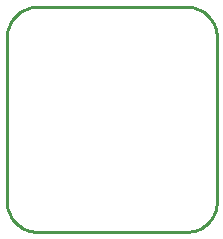
<source format=gbr>
G04 EAGLE Gerber RS-274X export*
G75*
%MOMM*%
%FSLAX34Y34*%
%LPD*%
%IN*%
%IPPOS*%
%AMOC8*
5,1,8,0,0,1.08239X$1,22.5*%
G01*
%ADD10C,0.254000*%


D10*
X-15240Y21590D02*
X-15143Y19376D01*
X-14854Y17179D01*
X-14375Y15016D01*
X-13708Y12903D01*
X-12860Y10855D01*
X-11837Y8890D01*
X-10646Y7021D01*
X-9298Y5263D01*
X-7801Y3629D01*
X-6167Y2132D01*
X-4409Y784D01*
X-2540Y-407D01*
X-575Y-1430D01*
X1473Y-2278D01*
X3586Y-2945D01*
X5749Y-3424D01*
X7946Y-3713D01*
X10160Y-3810D01*
X137160Y-3810D01*
X139374Y-3713D01*
X141571Y-3424D01*
X143734Y-2945D01*
X145847Y-2278D01*
X147895Y-1430D01*
X149860Y-407D01*
X151729Y784D01*
X153487Y2132D01*
X155121Y3630D01*
X156618Y5263D01*
X157966Y7021D01*
X159157Y8890D01*
X160180Y10856D01*
X161028Y12903D01*
X161695Y15016D01*
X162174Y17179D01*
X162463Y19376D01*
X162560Y21590D01*
X162560Y161290D01*
X162463Y163504D01*
X162174Y165701D01*
X161695Y167864D01*
X161028Y169977D01*
X160180Y172025D01*
X159157Y173990D01*
X157966Y175859D01*
X156618Y177617D01*
X155121Y179251D01*
X153487Y180748D01*
X151729Y182096D01*
X149860Y183287D01*
X147895Y184310D01*
X145847Y185158D01*
X143734Y185825D01*
X141571Y186304D01*
X139374Y186593D01*
X137160Y186690D01*
X10160Y186690D01*
X7946Y186593D01*
X5749Y186304D01*
X3586Y185825D01*
X1473Y185158D01*
X-575Y184310D01*
X-2540Y183287D01*
X-4409Y182096D01*
X-6167Y180748D01*
X-7801Y179251D01*
X-9298Y177617D01*
X-10646Y175859D01*
X-11837Y173990D01*
X-12860Y172025D01*
X-13708Y169977D01*
X-14375Y167864D01*
X-14854Y165701D01*
X-15143Y163504D01*
X-15240Y161290D01*
X-15240Y21590D01*
M02*

</source>
